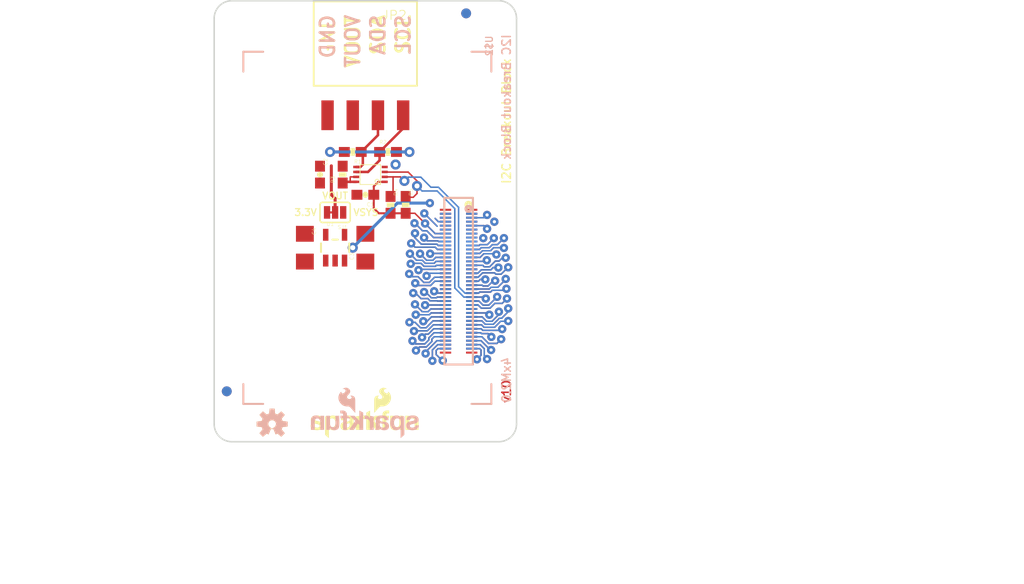
<source format=kicad_pcb>
(kicad_pcb (version 20211014) (generator pcbnew)
  (layers (0 "F.Cu" signal) (1 "In1.Cu" signal) (2 "In2.Cu" signal) (31 "B.Cu" signal) (34 "B.Paste" user) (35 "F.Paste" user) (36 "B.SilkS" user "B.Silkscreen") (37 "F.SilkS" user "F.Silkscreen") (38 "B.Mask" user) (39 "F.Mask" user) (44 "Edge.Cuts" user))
  (net 0 "")
  (net 1 "GND")
  (net 2 "VSYS")
  (net 3 "3.3V")
  (net 4 "GP183_PWM3")
  (net 5 "GP182_PWM2")
  (net 6 "GP13_PWM1")
  (net 7 "GP12_PWM0")
  (net 8 "GP14")
  (net 9 "GP15")
  (net 10 "GP49")
  (net 11 "GP48")
  (net 12 "GP47")
  (net 13 "GP46")
  (net 14 "GP45")
  (net 15 "GP165")
  (net 16 "GP44")
  (net 17 "PSW")
  (net 18 "FAULT")
  (net 19 "USB_VBUS")
  (net 20 "USB_DN")
  (net 21 "USB_DP")
  (net 22 "USB_ID")
  (net 23 "GP114_SPI_2_RXD")
  (net 24 "GP115_SPI_2_TXD")
  (net 25 "GP109_SPI_2_CLK")
  (net 26 "GP110_SPI_2_FS0")
  (net 27 "GP111_SPI_2_FS1")
  (net 28 "GP135_UART_2_TX")
  (net 29 "GP134_UART_2_RX")
  (net 30 "GP43_I2S_2_TXD")
  (net 31 "GP41_I2S_2_FS")
  (net 32 "GP40_I2S_2_CLK")
  (net 33 "GP42_I2S_2_RXD")
  (net 34 "GP28_I2C_6_SDA")
  (net 35 "GP27_I2C_6_SCL")
  (net 36 "GP20_I2C_1_SDA")
  (net 37 "GP19_I2C_1_SCL")
  (net 38 "GP131_UART_1_TX")
  (net 39 "GP130_UART_1_RX")
  (net 40 "GP129_UART_1_RTS")
  (net 41 "GP128_UART_1_CTS")
  (net 42 "GP84_SD_CLK_FB")
  (net 43 "GP78_SD_0_CLK")
  (net 44 "GP77_SD_0_CD#")
  (net 45 "GP79_SD_0_CMD")
  (net 46 "GP80_SD_0_DAT0")
  (net 47 "GP81_SD_0_DAT1")
  (net 48 "GP82_SD_0_DAT2")
  (net 49 "GP83_SD_0_DAT3")
  (net 50 "MSIC_SLP_CLK")
  (net 51 "RESET_OUT#")
  (net 52 "PWRBTN#")
  (net 53 "V_BAT_BKUP")
  (net 54 "1.8V")
  (net 55 "FW_RCVR")
  (net 56 "RCVR_MODE")
  (net 57 "OSC_CLK_OUT")
  (net 58 "N$1")
  (net 59 "HV_SCL")
  (net 60 "HV_SDA")
  (net 61 "3.3V-REGULATED")
  (net 62 "VOUT")
  (net 63 "DCIN")
  (footprint "boardEagle:FIDUCIAL-1X2" (layer "F.Cu") (at 158.6611 84.0486)
    (fp_text reference "FID2" hide)
    (fp_text value "FIDUCIAL1X2" hide)
  )
  (footprint "boardEagle:1X04_SMD_RA_FEMALE" (layer "F.Cu") (at 148.5011 87.0966 180)
    (fp_text reference "JP2")
    (fp_text value "")
  )
  (footprint "" (layer "F.Cu") (at 135.1661 125.3236)
    (fp_text reference "@HOLE1" hide)
    (fp_text value "")
  )
  (footprint "boardEagle:0603-RES" (layer "F.Cu") (at 146.2151 100.3046 90)
    (fp_text reference "R3")
    (fp_text value "200k")
  )
  (footprint "boardEagle:0603-RES" (layer "F.Cu") (at 147.2311 98.0186 180)
    (fp_text reference "R1")
    (fp_text value "10K")
  )
  (footprint "" (layer "F.Cu") (at 161.8361 125.3236)
    (fp_text reference "@HOLE0" hide)
    (fp_text value "")
  )
  (footprint "boardEagle:OSHW-LOGO-S" (layer "F.Cu") (at 139.1031 125.4506)
    (fp_text reference "LOGO4" hide)
    (fp_text value "OSHW-LOGOS" hide)
  )
  (footprint "boardEagle:0603-RES" (layer "F.Cu") (at 152.5651 103.3526 -90)
    (fp_text reference "R5")
    (fp_text value "DNP")
  )
  (footprint "boardEagle:FIDUCIAL-1X2" (layer "F.Cu") (at 134.5311 122.1486)
    (fp_text reference "FID4" hide)
    (fp_text value "FIDUCIAL1X2" hide)
  )
  (footprint "boardEagle:0603-RES" (layer "F.Cu") (at 150.7871 98.0186)
    (fp_text reference "R2")
    (fp_text value "10K")
  )
  (footprint "boardEagle:SOT23-5" (layer "F.Cu") (at 145.4531 107.6706)
    (fp_text reference "U1")
    (fp_text value "MIC5205")
  )
  (footprint "boardEagle:SFE_LOGO_NAME_FLAME_.1" (layer "F.Cu") (at 142.5321 126.9746)
    (fp_text reference "LOGO1" hide)
    (fp_text value "SFE_LOGO_NAME_FLAME.1_INCH" hide)
  )
  (footprint "boardEagle:CREATIVE_COMMONS" (layer "F.Cu") (at 131.9911 141.1986)
    (fp_text reference "FRAME1" hide)
    (fp_text value "FRAME-LETTER" hide)
  )
  (footprint "boardEagle:0603-CAP" (layer "F.Cu") (at 148.5011 102.3366 180)
    (fp_text reference "C1")
    (fp_text value "0.1uF")
  )
  (footprint "boardEagle:PCA9306DC-1_1" (layer "F.Cu") (at 149.0091 100.3046 90)
    (fp_text reference "U2" hide)
    (fp_text value "PCA9306" hide)
  )
  (footprint "boardEagle:PAD-JUMPER-3-2OF3_NC_BY_TRACE_YES_SILK_FULL_BOX" (layer "F.Cu") (at 145.4531 104.1146 180)
    (fp_text reference "SJ1")
    (fp_text value "Power Select")
  )
  (footprint "boardEagle:CREATIVE_COMMONS" (layer "F.Cu") (at 131.9911 141.1986)
    (fp_text reference "FRAME2" hide)
    (fp_text value "FRAME-LETTER" hide)
  )
  (footprint "boardEagle:0603-CAP" (layer "F.Cu") (at 143.9291 100.3046 -90)
    (fp_text reference "C2")
    (fp_text value "0.1uF")
  )
  (footprint "boardEagle:1206" (layer "F.Cu") (at 148.5011 107.6706 90)
    (fp_text reference "C3")
    (fp_text value "10uF")
  )
  (footprint "" (layer "F.Cu") (at 161.8361 84.6836)
    (fp_text reference "@HOLE3" hide)
    (fp_text value "")
  )
  (footprint "" (layer "F.Cu") (at 135.1661 84.6836)
    (fp_text reference "@HOLE2" hide)
    (fp_text value "")
  )
  (footprint "boardEagle:1206" (layer "F.Cu") (at 142.4051 107.6706 -90)
    (fp_text reference "C4")
    (fp_text value "10uF")
  )
  (footprint "boardEagle:0603-RES" (layer "F.Cu") (at 151.0411 103.3526 -90)
    (fp_text reference "R4")
    (fp_text value "DNP")
  )
  (footprint "boardEagle:FIDUCIAL-1X2" (layer "B.Cu") (at 134.5311 122.1486 180)
    (fp_text reference "FID3" hide)
    (fp_text value "FIDUCIAL1X2" hide)
  )
  (footprint "boardEagle:FIDUCIAL-1X2" (layer "B.Cu") (at 158.6611 84.0486 180)
    (fp_text reference "FID1" hide)
    (fp_text value "FIDUCIAL1X2" hide)
  )
  (footprint "boardEagle:SFE_LOGO_NAME_FLAME_.1" (layer "B.Cu") (at 154.3431 126.9746 180)
    (fp_text reference "LOGO3" hide)
    (fp_text value "SFE_LOGO_NAME_FLAME.1_INCH" hide)
  )
  (footprint "boardEagle:EDISON_DAUGHTER" (layer "B.Cu") (at 161.2011 123.4186 180)
    (fp_text reference "U$2")
    (fp_text value "EDISON_CONNECTOR_FULLMOUNTING_HOLES" hide)
  )
  (footprint "boardEagle:OSHW-LOGO-S" (layer "B.Cu") (at 139.1031 125.4506 180)
    (fp_text reference "LOGO2" hide)
    (fp_text value "OSHW-LOGOS" hide)
  )
  (footprint "boardEagle:DF40C-70DP-0.4(51)" (layer "B.Cu") (at 157.9011 111.0488 90)
    (fp_text reference "U$3" hide)
    (fp_text value "EDISON_CONNECTOR_FULLHEADER" hide)
  )
  (gr_arc (start 161.9631 82.7786) (mid 163.220336 83.299364) (end 163.7411 84.5566) (layer "Edge.Cuts") (width 0.1524))
  (gr_arc (start 135.0391 127.2286) (mid 133.781864 126.707836) (end 133.2611 125.4506) (layer "Edge.Cuts") (width 0.1524))
  (gr_line (start 135.0391 82.7786) (end 161.9631 82.7786) (layer "Edge.Cuts") (width 0.1524))
  (gr_arc (start 133.2611 84.5566) (mid 133.781864 83.299364) (end 135.0391 82.7786) (layer "Edge.Cuts") (width 0.1524))
  (gr_line (start 133.2611 125.4506) (end 133.2611 84.5566) (layer "Edge.Cuts") (width 0.1524))
  (gr_line (start 163.7411 84.5566) (end 163.7411 125.4506) (layer "Edge.Cuts") (width 0.1524))
  (gr_line (start 161.9631 127.2286) (end 135.0391 127.2286) (layer "Edge.Cuts") (width 0.1524))
  (gr_arc (start 163.7411 125.4506) (mid 163.220336 126.707836) (end 161.9631 127.2286) (layer "Edge.Cuts") (width 0.1524))
  (gr_text "v10" (at 163.2331 123.4186 90) (layer "F.Cu") (effects (font (size 0.8636 0.8636) (thickness 0.1524)) (justify left bottom)))
  (gr_text "VOUT" (at 147.2311 84.0486 -270) (layer "B.SilkS") (effects (font (size 1.42494 1.42494) (thickness 0.25146)) (justify left mirror)))
  (gr_text "GND" (at 144.6911 84.0486 -270) (layer "B.SilkS") (effects (font (size 1.42494 1.42494) (thickness 0.25146)) (justify left mirror)))
  (gr_text "SDA" (at 149.7711 84.0486 -270) (layer "B.SilkS") (effects (font (size 1.42494 1.42494) (thickness 0.25146)) (justify left mirror)))
  (gr_text "I2C Breakout Block" (at 162.2171 86.0806 -270) (layer "B.SilkS") (effects (font (size 0.8636 0.8636) (thickness 0.1524)) (justify left top mirror)))
  (gr_text "SCL" (at 152.3111 84.0486 -270) (layer "B.SilkS") (effects (font (size 1.42494 1.42494) (thickness 0.25146)) (justify left mirror)))
  (gr_text "4xM2.0" (at 162.7251 121.0056 -270) (layer "B.SilkS") (effects (font (size 0.8636 0.8636) (thickness 0.1524)) (justify mirror)))
  (gr_text "SCL" (at 152.3111 84.0486 90) (layer "F.SilkS") (effects (font (size 1.42494 1.42494) (thickness 0.25146)) (justify right)))
  (gr_text "VOUT" (at 145.4531 102.8446) (layer "F.SilkS") (effects (font (size 0.69088 0.69088) (thickness 0.12192)) (justify bottom)))
  (gr_text "3.3V" (at 143.6751 104.1146) (layer "F.SilkS") (effects (font (size 0.69088 0.69088) (thickness 0.12192)) (justify right)))
  (gr_text "GND" (at 144.6911 84.0486 90) (layer "F.SilkS") (effects (font (size 1.42494 1.42494) (thickness 0.25146)) (justify right)))
  (gr_text "SDA" (at 149.7711 84.0486 90) (layer "F.SilkS") (effects (font (size 1.42494 1.42494) (thickness 0.25146)) (justify right)))
  (gr_text "VOUT" (at 147.2311 84.0486 90) (layer "F.SilkS") (effects (font (size 1.42494 1.42494) (thickness 0.25146)) (justify right)))
  (gr_text "VSYS" (at 147.2311 104.1146) (layer "F.SilkS") (effects (font (size 0.69088 0.69088) (thickness 0.12192)) (justify left)))
  (gr_text "I2C Breakout Block" (at 163.2331 101.3206 90) (layer "F.SilkS") (effects (font (size 0.8636 0.8636) (thickness 0.1524)) (justify left bottom)))
  (via (at 151.5491 99.2886) (size 1.016) (drill 0.508) (layers "F.Cu" "B.Cu") (net 1))
  (via (at 160.3883 106.7054) (size 0.8382) (drill 0.3302) (layers "F.Cu" "B.Cu") (net 1))
  (via (at 161.5059 105.0544) (size 0.8382) (drill 0.3302) (layers "F.Cu" "B.Cu") (net 1))
  (segment (start 147.2311 107.6706) (end 147.3581 107.6706) (width 0.3048) (layer "F.Cu") (net 2))
  (segment (start 155.8615 105.0488) (end 155.5369 104.7242) (width 0.1524) (layer "F.Cu") (net 2))
  (segment (start 156.5811 105.0488) (end 155.8615 105.0488) (width 0.1524) (layer "F.Cu") (net 2))
  (via (at 147.2311 107.6706) (size 1.016) (drill 0.508) (layers "F.Cu" "B.Cu") (net 2))
  (via (at 155.0035 103.1748) (size 0.8382) (drill 0.3302) (layers "F.Cu" "B.Cu") (net 2))
  (segment (start 156.5811 105.0486) (end 155.8613 105.0486) (width 0.1524) (layer "B.Cu") (net 2))
  (segment (start 151.7269 103.1748) (end 155.0035 103.1748) (width 0.3048) (layer "B.Cu") (net 2))
  (segment (start 151.7269 103.1748) (end 147.2311 107.6706) (width 0.3048) (layer "B.Cu") (net 2))
  (segment (start 155.8613 105.0486) (end 155.5369 104.7242) (width 0.1524) (layer "B.Cu") (net 2))
  (segment (start 154.4447 104.2162) (end 155.6773 105.4488) (width 0.1524) (layer "F.Cu") (net 3))
  (via (at 154.4447 104.2162) (size 0.8382) (drill 0.3302) (layers "F.Cu" "B.Cu") (net 3))
  (segment (start 155.7401 105.5116) (end 154.4447 104.2162) (width 0.1524) (layer "B.Cu") (net 3))
  (segment (start 156.5811 105.4486) (end 156.5811 105.4488) (width 0.1524) (layer "B.Cu") (net 3))
  (segment (start 162.6489 110.8202) (end 162.6489 110.871) (width 0.1524) (layer "F.Cu") (net 4))
  (segment (start 159.8677 111.8488) (end 159.2211 111.8488) (width 0.1524) (layer "F.Cu") (net 4))
  (segment (start 159.8803 111.8362) (end 159.8677 111.8488) (width 0.1524) (layer "F.Cu") (net 4))
  (segment (start 162.6489 110.871) (end 161.8615 111.6584) (width 0.1524) (layer "F.Cu") (net 4))
  (segment (start 161.8615 111.6584) (end 161.1757 111.6584) (width 0.1524) (layer "F.Cu") (net 4))
  (segment (start 160.9979 111.8362) (end 159.8803 111.8362) (width 0.1524) (layer "F.Cu") (net 4))
  (segment (start 161.1757 111.6584) (end 160.9979 111.8362) (width 0.1524) (layer "F.Cu") (net 4))
  (via (at 162.6489 110.8202) (size 0.8382) (drill 0.3302) (layers "F.Cu" "B.Cu") (net 4))
  (segment (start 162.6489 110.871) (end 162.6489 110.8202) (width 0.1524) (layer "B.Cu") (net 4))
  (segment (start 159.2211 111.8486) (end 159.8679 111.8486) (width 0.1524) (layer "B.Cu") (net 4))
  (segment (start 159.8803 111.8362) (end 160.9979 111.8362) (width 0.1524) (layer "B.Cu") (net 4))
  (segment (start 161.8615 111.6584) (end 162.6489 110.871) (width 0.1524) (layer "B.Cu") (net 4))
  (segment (start 159.8679 111.8486) (end 159.8803 111.8362) (width 0.1524) (layer "B.Cu") (net 4))
  (segment (start 160.9979 111.8362) (end 161.1757 111.6584) (width 0.1524) (layer "B.Cu") (net 4))
  (segment (start 161.1757 111.6584) (end 161.8615 111.6584) (width 0.1524) (layer "B.Cu") (net 4))
  (segment (start 159.2211 111.4488) (end 160.2803 111.4488) (width 0.1524) (layer "F.Cu") (net 5))
  (segment (start 160.2803 111.4488) (end 160.3629 111.5314) (width 0.1524) (layer "F.Cu") (net 5))
  (segment (start 160.8709 111.5314) (end 161.4043 110.998) (width 0.1524) (layer "F.Cu") (net 5))
  (segment (start 160.3629 111.5314) (end 160.8709 111.5314) (width 0.1524) (layer "F.Cu") (net 5))
  (segment (start 161.4043 110.998) (end 161.5821 110.998) (width 0.1524) (layer "F.Cu") (net 5))
  (via (at 161.5821 110.998) (size 0.8382) (drill 0.3302) (layers "F.Cu" "B.Cu") (net 5))
  (segment (start 160.2801 111.4486) (end 159.2211 111.4486) (width 0.1524) (layer "B.Cu") (net 5))
  (segment (start 161.5821 110.998) (end 161.4043 110.998) (width 0.1524) (layer "B.Cu") (net 5))
  (segment (start 161.4043 110.998) (end 160.8709 111.5314) (width 0.1524) (layer "B.Cu") (net 5))
  (segment (start 160.3629 111.5314) (end 160.2801 111.4486) (width 0.1524) (layer "B.Cu") (net 5))
  (segment (start 160.8709 111.5314) (end 160.3629 111.5314) (width 0.1524) (layer "B.Cu") (net 5))
  (segment (start 162.1917 110.3376) (end 161.6583 110.3376) (width 0.1524) (layer "F.Cu") (net 6))
  (segment (start 160.3121 110.2106) (end 159.8739 110.6488) (width 0.1524) (layer "F.Cu") (net 6))
  (segment (start 161.6583 110.3376) (end 161.5313 110.2106) (width 0.1524) (layer "F.Cu") (net 6))
  (segment (start 159.8739 110.6488) (end 159.2211 110.6488) (width 0.1524) (layer "F.Cu") (net 6))
  (segment (start 162.9029 109.6518) (end 162.8775 109.6518) (width 0.1524) (layer "F.Cu") (net 6))
  (segment (start 161.5313 110.2106) (end 160.3121 110.2106) (width 0.1524) (layer "F.Cu") (net 6))
  (segment (start 162.8775 109.6518) (end 162.1917 110.3376) (width 0.1524) (layer "F.Cu") (net 6))
  (via (at 162.9029 109.6518) (size 0.8382) (drill 0.3302) (layers "F.Cu" "B.Cu") (net 6))
  (segment (start 161.5313 110.2106) (end 161.6583 110.3376) (width 0.1524) (layer "B.Cu") (net 6))
  (segment (start 160.3121 110.2106) (end 161.5313 110.2106) (width 0.1524) (layer "B.Cu") (net 6))
  (segment (start 162.8775 109.6518) (end 162.9029 109.6518) (width 0.1524) (layer "B.Cu") (net 6))
  (segment (start 161.6583 110.3376) (end 162.1917 110.3376) (width 0.1524) (layer "B.Cu") (net 6))
  (segment (start 159.8741 110.6486) (end 160.3121 110.2106) (width 0.1524) (layer "B.Cu") (net 6))
  (segment (start 162.1917 110.3376) (end 162.8775 109.6518) (width 0.1524) (layer "B.Cu") (net 6))
  (segment (start 159.2211 110.6486) (end 159.8741 110.6486) (width 0.1524) (layer "B.Cu") (net 6))
  (segment (start 160.0835 110.871) (end 160.5915 110.871) (width 0.1524) (layer "F.Cu") (net 7))
  (segment (start 159.2211 111.0488) (end 159.9057 111.0488) (width 0.1524) (layer "F.Cu") (net 7))
  (segment (start 159.9057 111.0488) (end 160.0835 110.871) (width 0.1524) (layer "F.Cu") (net 7))
  (via (at 160.5915 110.871) (size 0.8382) (drill 0.3302) (layers "F.Cu" "B.Cu") (net 7))
  (segment (start 160.5915 110.871) (end 160.0835 110.871) (width 0.1524) (layer "B.Cu") (net 7))
  (segment (start 160.0835 110.871) (end 159.9057 111.0488) (width 0.1524) (layer "B.Cu") (net 7))
  (segment (start 159.2213 111.0488) (end 159.2211 111.0486) (width 0.1524) (layer "B.Cu") (net 7))
  (segment (start 159.9057 111.0488) (end 159.2213 111.0488) (width 0.1524) (layer "B.Cu") (net 7))
  (segment (start 154.5209 113.4618) (end 154.5339 113.4488) (width 0.1524) (layer "F.Cu") (net 8))
  (segment (start 154.5339 113.4488) (end 156.5811 113.4488) (width 0.1524) (layer "F.Cu") (net 8))
  (via (at 154.5209 113.4618) (size 0.8382) (drill 0.3302) (layers "F.Cu" "B.Cu") (net 8))
  (segment (start 154.5341 113.4486) (end 154.5209 113.4618) (width 0.1524) (layer "B.Cu") (net 8))
  (segment (start 156.5811 113.4486) (end 154.5341 113.4486) (width 0.1524) (layer "B.Cu") (net 8))
  (segment (start 155.6193 112.2488) (end 155.4353 112.0648) (width 0.1524) (layer "F.Cu") (net 9))
  (segment (start 156.5811 112.2488) (end 155.6193 112.2488) (width 0.1524) (layer "F.Cu") (net 9))
  (via (at 155.4353 112.0648) (size 0.8382) (drill 0.3302) (layers "F.Cu" "B.Cu") (net 9))
  (segment (start 155.6191 112.2486) (end 156.5811 112.2486) (width 0.1524) (layer "B.Cu") (net 9))
  (segment (start 155.4353 112.0648) (end 155.6191 112.2486) (width 0.1524) (layer "B.Cu") (net 9))
  (segment (start 154.9527 111.1758) (end 154.3939 111.1758) (width 0.1524) (layer "F.Cu") (net 10))
  (segment (start 156.5811 110.6488) (end 155.4797 110.6488) (width 0.1524) (layer "F.Cu") (net 10))
  (segment (start 154.3939 111.1758) (end 153.8097 110.5916) (width 0.1524) (layer "F.Cu") (net 10))
  (segment (start 153.2001 110.5916) (end 152.9207 110.3122) (width 0.1524) (layer "F.Cu") (net 10))
  (segment (start 155.4797 110.6488) (end 154.9527 111.1758) (width 0.1524) (layer "F.Cu") (net 10))
  (segment (start 153.8097 110.5916) (end 153.2001 110.5916) (width 0.1524) (layer "F.Cu") (net 10))
  (via (at 152.9207 110.3122) (size 0.8382) (drill 0.3302) (layers "F.Cu" "B.Cu") (net 10))
  (segment (start 154.3939 111.1758) (end 154.9527 111.1758) (width 0.1524) (layer "B.Cu") (net 10))
  (segment (start 152.9207 110.3122) (end 153.2001 110.5916) (width 0.1524) (layer "B.Cu") (net 10))
  (segment (start 155.4799 110.6486) (end 156.5811 110.6486) (width 0.1524) (layer "B.Cu") (net 10))
  (segment (start 153.2001 110.5916) (end 153.8097 110.5916) (width 0.1524) (layer "B.Cu") (net 10))
  (segment (start 154.9527 111.1758) (end 155.4799 110.6486) (width 0.1524) (layer "B.Cu") (net 10))
  (segment (start 153.8097 110.5916) (end 154.3939 111.1758) (width 0.1524) (layer "B.Cu") (net 10))
  (segment (start 154.6733 110.5154) (end 154.9399 110.2488) (width 0.1524) (layer "F.Cu") (net 11))
  (segment (start 154.9399 110.2488) (end 156.5811 110.2488) (width 0.1524) (layer "F.Cu") (net 11))
  (via (at 154.6733 110.5154) (size 0.8382) (drill 0.3302) (layers "F.Cu" "B.Cu") (net 11))
  (segment (start 156.5811 110.2486) (end 154.9401 110.2486) (width 0.1524) (layer "B.Cu") (net 11))
  (segment (start 154.9401 110.2486) (end 154.6733 110.5154) (width 0.1524) (layer "B.Cu") (net 11))
  (segment (start 155.6955 109.8488) (end 155.6893 109.855) (width 0.1524) (layer "F.Cu") (net 12))
  (segment (start 153.9367 109.855) (end 153.8605 109.9312) (width 0.1524) (layer "F.Cu") (net 12))
  (segment (start 156.5811 109.8488) (end 155.6955 109.8488) (width 0.1524) (layer "F.Cu") (net 12))
  (segment (start 155.6893 109.855) (end 153.9367 109.855) (width 0.1524) (layer "F.Cu") (net 12))
  (via (at 153.8605 109.9312) (size 0.8382) (drill 0.3302) (layers "F.Cu" "B.Cu") (net 12))
  (segment (start 155.6957 109.8486) (end 156.5811 109.8486) (width 0.1524) (layer "B.Cu") (net 12))
  (segment (start 155.6893 109.855) (end 155.6957 109.8486) (width 0.1524) (layer "B.Cu") (net 12))
  (segment (start 153.9367 109.855) (end 155.6893 109.855) (width 0.1524) (layer "B.Cu") (net 12))
  (segment (start 153.8605 109.9312) (end 153.9367 109.855) (width 0.1524) (layer "B.Cu") (net 12))
  (segment (start 155.6637 109.4488) (end 155.5623 109.5502) (width 0.1524) (layer "F.Cu") (net 13))
  (segment (start 156.5811 109.4488) (end 155.6637 109.4488) (width 0.1524) (layer "F.Cu") (net 13))
  (segment (start 154.4193 109.5502) (end 154.1145 109.2454) (width 0.1524) (layer "F.Cu") (net 13))
  (segment (start 153.1239 109.2454) (end 153.0731 109.2962) (width 0.1524) (layer "F.Cu") (net 13))
  (segment (start 154.1145 109.2454) (end 153.1239 109.2454) (width 0.1524) (layer "F.Cu") (net 13))
  (segment (start 155.5623 109.5502) (end 154.4193 109.5502) (width 0.1524) (layer "F.Cu") (net 13))
  (via (at 153.0731 109.2962) (size 0.8382) (drill 0.3302) (layers "F.Cu" "B.Cu") (net 13))
  (segment (start 155.5623 109.5502) (end 155.6639 109.4486) (width 0.1524) (layer "B.Cu") (net 13))
  (segment (start 153.0731 109.2962) (end 153.1239 109.2454) (width 0.1524) (layer "B.Cu") (net 13))
  (segment (start 154.1145 109.2454) (end 154.4193 109.5502) (width 0.1524) (layer "B.Cu") (net 13))
  (segment (start 155.6639 109.4486) (end 156.5811 109.4486) (width 0.1524) (layer "B.Cu") (net 13))
  (segment (start 154.4193 109.5502) (end 155.5623 109.5502) (width 0.1524) (layer "B.Cu") (net 13))
  (segment (start 153.1239 109.2454) (end 154.1145 109.2454) (width 0.1524) (layer "B.Cu") (net 13))
  (segment (start 154.5463 109.2454) (end 155.4353 109.2454) (width 0.1524) (layer "F.Cu") (net 14))
  (segment (start 153.6573 108.9406) (end 154.2415 108.9406) (width 0.1524) (layer "F.Cu") (net 14))
  (segment (start 155.4353 109.2454) (end 155.6319 109.0488) (width 0.1524) (layer "F.Cu") (net 14))
  (segment (start 152.9969 108.2802) (end 153.6573 108.9406) (width 0.1524) (layer "F.Cu") (net 14))
  (segment (start 155.6319 109.0488) (end 156.5811 109.0488) (width 0.1524) (layer "F.Cu") (net 14))
  (segment (start 154.2415 108.9406) (end 154.5463 109.2454) (width 0.1524) (layer "F.Cu") (net 14))
  (via (at 152.9969 108.2802) (size 0.8382) (drill 0.3302) (layers "F.Cu" "B.Cu") (net 14))
  (segment (start 154.2415 108.9406) (end 153.6573 108.9406) (width 0.1524) (layer "B.Cu") (net 14))
  (segment (start 155.4353 109.2454) (end 154.5463 109.2454) (width 0.1524) (layer "B.Cu") (net 14))
  (segment (start 153.6573 108.9406) (end 152.9969 108.2802) (width 0.1524) (layer "B.Cu") (net 14))
  (segment (start 156.5811 109.0486) (end 155.6321 109.0486) (width 0.1524) (layer "B.Cu") (net 14))
  (segment (start 155.6321 109.0486) (end 155.4353 109.2454) (width 0.1524) (layer "B.Cu") (net 14))
  (segment (start 154.5463 109.2454) (end 154.2415 108.9406) (width 0.1524) (layer "B.Cu") (net 14))
  (segment (start 160.7439 108.9406) (end 160.6357 109.0488) (width 0.1524) (layer "F.Cu") (net 15))
  (segment (start 160.6357 109.0488) (end 159.2211 109.0488) (width 0.1524) (layer "F.Cu") (net 15))
  (via (at 160.7439 108.9406) (size 0.8382) (drill 0.3302) (layers "F.Cu" "B.Cu") (net 15))
  (segment (start 159.2211 109.0486) (end 160.6359 109.0486) (width 0.1524) (layer "B.Cu") (net 15))
  (segment (start 160.6359 109.0486) (end 160.7439 108.9406) (width 0.1524) (layer "B.Cu") (net 15))
  (segment (start 156.5811 108.6488) (end 155.6001 108.6488) (width 0.1524) (layer "F.Cu") (net 16))
  (segment (start 154.6733 108.9406) (end 154.0129 108.2802) (width 0.1524) (layer "F.Cu") (net 16))
  (segment (start 155.3083 108.9406) (end 154.6733 108.9406) (width 0.1524) (layer "F.Cu") (net 16))
  (segment (start 155.6001 108.6488) (end 155.3083 108.9406) (width 0.1524) (layer "F.Cu") (net 16))
  (via (at 154.0129 108.2802) (size 0.8382) (drill 0.3302) (layers "F.Cu" "B.Cu") (net 16))
  (segment (start 155.3083 108.9406) (end 155.6003 108.6486) (width 0.1524) (layer "B.Cu") (net 16))
  (segment (start 154.6733 108.9406) (end 155.3083 108.9406) (width 0.1524) (layer "B.Cu") (net 16))
  (segment (start 154.0129 108.2802) (end 154.6733 108.9406) (width 0.1524) (layer "B.Cu") (net 16))
  (segment (start 155.6003 108.6486) (end 156.5811 108.6486) (width 0.1524) (layer "B.Cu") (net 16))
  (segment (start 160.3121 107.9754) (end 160.0387 108.2488) (width 0.1524) (layer "F.Cu") (net 17))
  (segment (start 160.0387 108.2488) (end 159.2211 108.2488) (width 0.1524) (layer "F.Cu") (net 17))
  (segment (start 161.4297 107.6706) (end 161.1249 107.9754) (width 0.1524) (layer "F.Cu") (net 17))
  (segment (start 162.4711 107.696) (end 162.4457 107.6706) (width 0.1524) (layer "F.Cu") (net 17))
  (segment (start 162.4457 107.6706) (end 161.4297 107.6706) (width 0.1524) (layer "F.Cu") (net 17))
  (segment (start 161.1249 107.9754) (end 160.3121 107.9754) (width 0.1524) (layer "F.Cu") (net 17))
  (via (at 162.4711 107.696) (size 0.8382) (drill 0.3302) (layers "F.Cu" "B.Cu") (net 17))
  (segment (start 162.4457 107.6706) (end 162.4711 107.696) (width 0.1524) (layer "B.Cu") (net 17))
  (segment (start 161.1249 107.9754) (end 161.4297 107.6706) (width 0.1524) (layer "B.Cu") (net 17))
  (segment (start 159.2211 108.2486) (end 160.0389 108.2486) (width 0.1524) (layer "B.Cu") (net 17))
  (segment (start 160.3121 107.9754) (end 161.1249 107.9754) (width 0.1524) (layer "B.Cu") (net 17))
  (segment (start 160.0389 108.2486) (end 160.3121 107.9754) (width 0.1524) (layer "B.Cu") (net 17))
  (segment (start 161.4297 107.6706) (end 162.4457 107.6706) (width 0.1524) (layer "B.Cu") (net 17))
  (segment (start 160.9979 107.6706) (end 161.3027 107.3658) (width 0.1524) (layer "F.Cu") (net 18))
  (segment (start 161.8107 107.3658) (end 162.4711 106.7054) (width 0.1524) (layer "F.Cu") (net 18))
  (segment (start 159.2211 107.8488) (end 160.0069 107.8488) (width 0.1524) (layer "F.Cu") (net 18))
  (segment (start 160.1851 107.6706) (end 160.9979 107.6706) (width 0.1524) (layer "F.Cu") (net 18))
  (segment (start 160.0069 107.8488) (end 160.1851 107.6706) (width 0.1524) (layer "F.Cu") (net 18))
  (segment (start 161.3027 107.3658) (end 161.8107 107.3658) (width 0.1524) (layer "F.Cu") (net 18))
  (via (at 162.4711 106.7054) (size 0.8382) (drill 0.3302) (layers "F.Cu" "B.Cu") (net 18))
  (segment (start 160.0071 107.8486) (end 159.2211 107.8486) (width 0.1524) (layer "B.Cu") (net 18))
  (segment (start 161.8107 107.3658) (end 161.3027 107.3658) (width 0.1524) (layer "B.Cu") (net 18))
  (segment (start 160.1851 107.6706) (end 160.0071 107.8486) (width 0.1524) (layer "B.Cu") (net 18))
  (segment (start 160.9979 107.6706) (end 160.1851 107.6706) (width 0.1524) (layer "B.Cu") (net 18))
  (segment (start 161.3027 107.3658) (end 160.9979 107.6706) (width 0.1524) (layer "B.Cu") (net 18))
  (segment (start 162.4711 106.7054) (end 161.8107 107.3658) (width 0.1524) (layer "B.Cu") (net 18))
  (segment (start 155.7659 107.8488) (end 156.5811 107.8488) (width 0.1524) (layer "F.Cu") (net 19))
  (segment (start 153.1239 107.2388) (end 153.5049 107.6198) (width 0.1524) (layer "F.Cu") (net 19))
  (segment (start 153.5049 107.6198) (end 155.5369 107.6198) (width 0.1524) (layer "F.Cu") (net 19))
  (segment (start 155.5369 107.6198) (end 155.7659 107.8488) (width 0.1524) (layer "F.Cu") (net 19))
  (via (at 153.1239 107.2388) (size 0.8382) (drill 0.3302) (layers "F.Cu" "B.Cu") (net 19))
  (segment (start 153.5049 107.6198) (end 153.1239 107.2388) (width 0.1524) (layer "B.Cu") (net 19))
  (segment (start 155.7657 107.8486) (end 155.5369 107.6198) (width 0.1524) (layer "B.Cu") (net 19))
  (segment (start 155.5369 107.6198) (end 153.5049 107.6198) (width 0.1524) (layer "B.Cu") (net 19))
  (segment (start 156.5811 107.8486) (end 155.7657 107.8486) (width 0.1524) (layer "B.Cu") (net 19))
  (segment (start 156.5811 107.4488) (end 155.8485 107.4488) (width 0.1524) (layer "F.Cu") (net 20))
  (segment (start 155.7147 107.315) (end 154.1399 107.315) (width 0.1524) (layer "F.Cu") (net 20))
  (segment (start 153.5049 106.68) (end 153.5049 106.2228) (width 0.1524) (layer "F.Cu") (net 20))
  (segment (start 154.1399 107.315) (end 153.5049 106.68) (width 0.1524) (layer "F.Cu") (net 20))
  (segment (start 155.8485 107.4488) (end 155.7147 107.315) (width 0.1524) (layer "F.Cu") (net 20))
  (via (at 153.5049 106.2228) (size 0.8382) (drill 0.3302) (layers "F.Cu" "B.Cu") (net 20))
  (segment (start 155.7147 107.315) (end 155.8483 107.4486) (width 0.1524) (layer "B.Cu") (net 20))
  (segment (start 154.1399 107.315) (end 155.7147 107.315) (width 0.1524) (layer "B.Cu") (net 20))
  (segment (start 155.8483 107.4486) (end 156.5811 107.4486) (width 0.1524) (layer "B.Cu") (net 20))
  (segment (start 153.5049 106.68) (end 154.1399 107.315) (width 0.1524) (layer "B.Cu") (net 20))
  (segment (start 153.5049 106.2228) (end 153.5049 106.68) (width 0.1524) (layer "B.Cu") (net 20))
  (segment (start 154.7495 106.9848) (end 154.4193 106.6546) (width 0.1524) (layer "F.Cu") (net 21))
  (segment (start 156.5811 107.0488) (end 155.8803 107.0488) (width 0.1524) (layer "F.Cu") (net 21))
  (segment (start 155.8163 106.9848) (end 154.7495 106.9848) (width 0.1524) (layer "F.Cu") (net 21))
  (segment (start 155.8803 107.0488) (end 155.8163 106.9848) (width 0.1524) (layer "F.Cu") (net 21))
  (via (at 154.4193 106.6546) (size 0.8382) (drill 0.3302) (layers "F.Cu" "B.Cu") (net 21))
  (segment (start 155.8163 106.9848) (end 154.7495 106.9848) (width 0.1524) (layer "B.Cu") (net 21))
  (segment (start 154.7495 106.9848) (end 154.4193 106.6546) (width 0.1524) (layer "B.Cu") (net 21))
  (segment (start 155.8801 107.0486) (end 155.8163 106.9848) (width 0.1524) (layer "B.Cu") (net 21))
  (segment (start 156.5811 107.0486) (end 155.8801 107.0486) (width 0.1524) (layer "B.Cu") (net 21))
  (segment (start 160.4899 104.6488) (end 159.2211 104.6488) (width 0.1524) (layer "F.Cu") (net 22))
  (segment (start 160.7701 104.3686) (end 160.4899 104.6488) (width 0.1524) (layer "F.Cu") (net 22))
  (via (at 160.7701 104.3686) (size 0.8382) (drill 0.3302) (layers "F.Cu" "B.Cu") (net 22))
  (segment (start 159.2211 104.6486) (end 160.4901 104.6486) (width 0.1524) (layer "B.Cu") (net 22))
  (segment (start 160.4901 104.6486) (end 160.7701 104.3686) (width 0.1524) (layer "B.Cu") (net 22))
  (segment (start 160.1845 115.8488) (end 160.3375 116.0018) (width 0.1524) (layer "F.Cu") (net 23))
  (segment (start 159.2211 115.8488) (end 160.1845 115.8488) (width 0.1524) (layer "F.Cu") (net 23))
  (segment (start 162.1663 116.0018) (end 162.2933 115.8748) (width 0.1524) (layer "F.Cu") (net 23))
  (segment (start 160.3375 116.0018) (end 162.1663 116.0018) (width 0.1524) (layer "F.Cu") (net 23))
  (via (at 162.2933 115.8748) (size 0.8382) (drill 0.3302) (layers "F.Cu" "B.Cu") (net 23))
  (segment (start 160.1843 115.8486) (end 159.2211 115.8486) (width 0.1524) (layer "B.Cu") (net 23))
  (segment (start 162.1663 116.0018) (end 162.2933 115.8748) (width 0.1524) (layer "B.Cu") (net 23))
  (segment (start 160.3375 116.0018) (end 162.1663 116.0018) (width 0.1524) (layer "B.Cu") (net 23))
  (segment (start 160.1843 115.8486) (end 160.3375 116.0018) (width 0.1524) (layer "B.Cu") (net 23))
  (segment (start 160.2163 115.4488) (end 159.2211 115.4488) (width 0.1524) (layer "F.Cu") (net 24))
  (segment (start 162.1409 115.0874) (end 161.5313 115.697) (width 0.1524) (layer "F.Cu") (net 24))
  (segment (start 160.4645 115.697) (end 160.2163 115.4488) (width 0.1524) (layer "F.Cu") (net 24))
  (segment (start 162.1409 115.0874) (end 162.8775 115.0874) (width 0.1524) (layer "F.Cu") (net 24))
  (segment (start 162.8775 115.0874) (end 162.9029 115.062) (width 0.1524) (layer "F.Cu") (net 24))
  (segment (start 161.5313 115.697) (end 160.4645 115.697) (width 0.1524) (layer "F.Cu") (net 24))
  (via (at 162.9029 115.062) (size 0.8382) (drill 0.3302) (layers "F.Cu" "B.Cu") (net 24))
  (segment (start 161.5313 115.697) (end 162.1409 115.0874) (width 0.1524) (layer "B.Cu") (net 24))
  (segment (start 159.2211 115.4486) (end 160.2161 115.4486) (width 0.1524) (layer "B.Cu") (net 24))
  (segment (start 160.2161 115.4486) (end 160.4645 115.697) (width 0.1524) (layer "B.Cu") (net 24))
  (segment (start 162.8775 115.0874) (end 162.1409 115.0874) (width 0.1524) (layer "B.Cu") (net 24))
  (segment (start 160.4645 115.697) (end 161.5313 115.697) (width 0.1524) (layer "B.Cu") (net 24))
  (segment (start 162.9029 115.062) (end 162.8775 115.0874) (width 0.1524) (layer "B.Cu") (net 24))
  (segment (start 160.5915 115.3922) (end 161.4043 115.3922) (width 0.1524) (layer "F.Cu") (net 25))
  (segment (start 162.2425 114.7826) (end 162.9029 114.1222) (width 0.1524) (layer "F.Cu") (net 25))
  (segment (start 161.4043 115.3922) (end 162.0139 114.7826) (width 0.1524) (layer "F.Cu") (net 25))
  (segment (start 162.0139 114.7826) (end 162.2425 114.7826) (width 0.1524) (layer "F.Cu") (net 25))
  (segment (start 160.2481 115.0488) (end 160.5915 115.3922) (width 0.1524) (layer "F.Cu") (net 25))
  (segment (start 159.2211 115.0488) (end 160.2481 115.0488) (width 0.1524) (layer "F.Cu") (net 25))
  (segment (start 162.9029 114.1222) (end 162.9029 113.792) (width 0.1524) (layer "F.Cu") (net 25))
  (via (at 162.9029 113.792) (size 0.8382) (drill 0.3302) (layers "F.Cu" "B.Cu") (net 25))
  (segment (start 162.2425 114.7826) (end 162.0139 114.7826) (width 0.1524) (layer "B.Cu") (net 25))
  (segment (start 162.0139 114.7826) (end 161.4043 115.3922) (width 0.1524) (layer "B.Cu") (net 25))
  (segment (start 162.9029 113.792) (end 162.9029 114.1222) (width 0.1524) (layer "B.Cu") (net 25))
  (segment (start 160.2479 115.0486) (end 159.2211 115.0486) (width 0.1524) (layer "B.Cu") (net 25))
  (segment (start 160.5915 115.3922) (end 160.2479 115.0486) (width 0.1524) (layer "B.Cu") (net 25))
  (segment (start 161.4043 115.3922) (end 160.5915 115.3922) (width 0.1524) (layer "B.Cu") (net 25))
  (segment (start 162.9029 114.1222) (end 162.2425 114.7826) (width 0.1524) (layer "B.Cu") (net 25))
  (segment (start 161.9631 114.1222) (end 161.9631 114.4016) (width 0.1524) (layer "F.Cu") (net 26))
  (segment (start 160.2799 114.6488) (end 159.2211 114.6488) (width 0.1524) (layer "F.Cu") (net 26))
  (segment (start 160.7185 115.0874) (end 160.2799 114.6488) (width 0.1524) (layer "F.Cu") (net 26))
  (segment (start 161.9631 114.4016) (end 161.2773 115.0874) (width 0.1524) (layer "F.Cu") (net 26))
  (segment (start 161.2773 115.0874) (end 160.7185 115.0874) (width 0.1524) (layer "F.Cu") (net 26))
  (via (at 161.9631 114.1222) (size 0.8382) (drill 0.3302) (layers "F.Cu" "B.Cu") (net 26))
  (segment (start 160.2797 114.6486) (end 160.7185 115.0874) (width 0.1524) (layer "B.Cu") (net 26))
  (segment (start 161.2773 115.0874) (end 161.9631 114.4016) (width 0.1524) (layer "B.Cu") (net 26))
  (segment (start 160.7185 115.0874) (end 161.2773 115.0874) (width 0.1524) (layer "B.Cu") (net 26))
  (segment (start 161.9631 114.4016) (end 161.9631 114.1222) (width 0.1524) (layer "B.Cu") (net 26))
  (segment (start 159.2211 114.6486) (end 160.2797 114.6486) (width 0.1524) (layer "B.Cu") (net 26))
  (segment (start 160.8201 114.2492) (end 159.2215 114.2492) (width 0.1524) (layer "F.Cu") (net 27))
  (segment (start 160.9979 114.427) (end 160.8201 114.2492) (width 0.1524) (layer "F.Cu") (net 27))
  (segment (start 159.2215 114.2492) (end 159.2211 114.2488) (width 0.1524) (layer "F.Cu") (net 27))
  (via (at 160.9979 114.427) (size 0.8382) (drill 0.3302) (layers "F.Cu" "B.Cu") (net 27))
  (segment (start 159.2211 114.2486) (end 160.8195 114.2486) (width 0.1524) (layer "B.Cu") (net 27))
  (segment (start 160.8195 114.2486) (end 160.9979 114.427) (width 0.1524) (layer "B.Cu") (net 27))
  (segment (start 162.6489 108.6866) (end 162.3187 108.6866) (width 0.1524) (layer "F.Cu") (net 28))
  (segment (start 161.0233 109.601) (end 160.4899 109.601) (width 0.1524) (layer "F.Cu") (net 28))
  (segment (start 160.3377 109.4488) (end 159.2211 109.4488) (width 0.1524) (layer "F.Cu") (net 28))
  (segment (start 162.3187 108.6866) (end 161.9885 109.0168) (width 0.1524) (layer "F.Cu") (net 28))
  (segment (start 160.4899 109.601) (end 160.3377 109.4488) (width 0.1524) (layer "F.Cu") (net 28))
  (segment (start 161.9885 109.0168) (end 161.6075 109.0168) (width 0.1524) (layer "F.Cu") (net 28))
  (segment (start 161.6075 109.0168) (end 161.0233 109.601) (width 0.1524) (layer "F.Cu") (net 28))
  (via (at 162.6489 108.6866) (size 0.8382) (drill 0.3302) (layers "F.Cu" "B.Cu") (net 28))
  (segment (start 161.9885 109.0168) (end 162.3187 108.6866) (width 0.1524) (layer "B.Cu") (net 28))
  (segment (start 161.6075 109.0168) (end 161.9885 109.0168) (width 0.1524) (layer "B.Cu") (net 28))
  (segment (start 160.3375 109.4486) (end 160.4899 109.601) (width 0.1524) (layer "B.Cu") (net 28))
  (segment (start 161.0233 109.601) (end 161.6075 109.0168) (width 0.1524) (layer "B.Cu") (net 28))
  (segment (start 159.2211 109.4486) (end 160.3375 109.4486) (width 0.1524) (layer "B.Cu") (net 28))
  (segment (start 162.3187 108.6866) (end 162.6489 108.6866) (width 0.1524) (layer "B.Cu") (net 28))
  (segment (start 160.4899 109.601) (end 161.0233 109.601) (width 0.1524) (layer "B.Cu") (net 28))
  (segment (start 155.0289 108.2802) (end 155.0603 108.2488) (width 0.1524) (layer "F.Cu") (net 29))
  (segment (start 155.0603 108.2488) (end 156.5811 108.2488) (width 0.1524) (layer "F.Cu") (net 29))
  (via (at 155.0289 108.2802) (size 0.8382) (drill 0.3302) (layers "F.Cu" "B.Cu") (net 29))
  (segment (start 156.5811 108.2486) (end 155.0605 108.2486) (width 0.1524) (layer "B.Cu") (net 29))
  (segment (start 155.0605 108.2486) (end 155.0289 108.2802) (width 0.1524) (layer "B.Cu") (net 29))
  (segment (start 156.5811 115.0488) (end 155.3215 115.0488) (width 0.1524) (layer "F.Cu") (net 30))
  (segment (start 154.0637 115.7478) (end 153.5049 115.189) (width 0.1524) (layer "F.Cu") (net 30))
  (segment (start 154.6225 115.7478) (end 154.0637 115.7478) (width 0.1524) (layer "F.Cu") (net 30))
  (segment (start 155.3215 115.0488) (end 154.6225 115.7478) (width 0.1524) (layer "F.Cu") (net 30))
  (segment (start 153.5049 115.189) (end 152.9461 115.189) (width 0.1524) (layer "F.Cu") (net 30))
  (via (at 152.9461 115.189) (size 0.8382) (drill 0.3302) (layers "F.Cu" "B.Cu") (net 30))
  (segment (start 152.9461 115.189) (end 153.5049 115.189) (width 0.1524) (layer "B.Cu") (net 30))
  (segment (start 154.6225 115.7478) (end 155.3217 115.0486) (width 0.1524) (layer "B.Cu") (net 30))
  (segment (start 155.3217 115.0486) (end 156.5811 115.0486) (width 0.1524) (layer "B.Cu") (net 30))
  (segment (start 153.5049 115.189) (end 154.0637 115.7478) (width 0.1524) (layer "B.Cu") (net 30))
  (segment (start 154.0637 115.7478) (end 154.6225 115.7478) (width 0.1524) (layer "B.Cu") (net 30))
  (segment (start 154.3431 115.0874) (end 154.7241 115.0874) (width 0.1524) (layer "F.Cu") (net 31))
  (segment (start 155.1627 114.6488) (end 156.5811 114.6488) (width 0.1524) (layer "F.Cu") (net 31))
  (segment (start 154.7241 115.0874) (end 155.1627 114.6488) (width 0.1524) (layer "F.Cu") (net 31))
  (via (at 154.3431 115.0874) (size 0.8382) (drill 0.3302) (layers "F.Cu" "B.Cu") (net 31))
  (segment (start 156.5811 114.6486) (end 155.1629 114.6486) (width 0.1524) (layer "B.Cu") (net 31))
  (segment (start 154.7241 115.0874) (end 154.3431 115.0874) (width 0.1524) (layer "B.Cu") (net 31))
  (segment (start 155.1629 114.6486) (end 154.7241 115.0874) (width 0.1524) (layer "B.Cu") (net 31))
  (segment (start 156.5811 114.2488) (end 155.1309 114.2488) (width 0.1524) (layer "F.Cu") (net 32))
  (segment (start 155.1309 114.2488) (end 154.9527 114.427) (width 0.1524) (layer "F.Cu") (net 32))
  (segment (start 154.9527 114.427) (end 153.5811 114.427) (width 0.1524) (layer "F.Cu") (net 32))
  (via (at 153.5811 114.427) (size 0.8382) (drill 0.3302) (layers "F.Cu" "B.Cu") (net 32))
  (segment (start 153.5811 114.427) (end 154.9527 114.427) (width 0.1524) (layer "B.Cu") (net 32))
  (segment (start 155.1311 114.2486) (end 156.5811 114.2486) (width 0.1524) (layer "B.Cu") (net 32))
  (segment (start 154.9527 114.427) (end 155.1311 114.2486) (width 0.1524) (layer "B.Cu") (net 32))
  (segment (start 155.0991 113.8488) (end 154.8257 114.1222) (width 0.1524) (layer "F.Cu") (net 33))
  (segment (start 156.5811 113.8488) (end 155.0991 113.8488) (width 0.1524) (layer "F.Cu") (net 33))
  (segment (start 154.2415 114.1222) (end 153.5049 113.3856) (width 0.1524) (layer "F.Cu") (net 33))
  (segment (start 154.8257 114.1222) (end 154.2415 114.1222) (width 0.1524) (layer "F.Cu") (net 33))
  (via (at 153.5049 113.3856) (size 0.8382) (drill 0.3302) (layers "F.Cu" "B.Cu") (net 33))
  (segment (start 154.8257 114.1222) (end 155.0993 113.8486) (width 0.1524) (layer "B.Cu") (net 33))
  (segment (start 153.5049 113.3856) (end 154.2415 114.1222) (width 0.1524) (layer "B.Cu") (net 33))
  (segment (start 154.2415 114.1222) (end 154.8257 114.1222) (width 0.1524) (layer "B.Cu") (net 33))
  (segment (start 155.0993 113.8486) (end 156.5811 113.8486) (width 0.1524) (layer "B.Cu") (net 33))
  (segment (start 161.0741 113.7666) (end 161.5567 113.284) (width 0.1524) (layer "F.Cu") (net 34))
  (segment (start 162.2933 113.284) (end 162.7759 112.8014) (width 0.1524) (layer "F.Cu") (net 34))
  (segment (start 159.2211 113.4488) (end 159.8673 113.4488) (width 0.1524) (layer "F.Cu") (net 34))
  (segment (start 160.1851 113.7666) (end 161.0741 113.7666) (width 0.1524) (layer "F.Cu") (net 34))
  (segment (start 159.8673 113.4488) (end 160.1851 113.7666) (width 0.1524) (layer "F.Cu") (net 34))
  (segment (start 161.5567 113.284) (end 162.2933 113.284) (width 0.1524) (layer "F.Cu") (net 34))
  (via (at 162.7759 112.8014) (size 0.8382) (drill 0.3302) (layers "F.Cu" "B.Cu") (net 34))
  (segment (start 159.8671 113.4486) (end 159.2211 113.4486) (width 0.1524) (layer "B.Cu") (net 34))
  (segment (start 162.7759 112.8014) (end 162.2933 113.284) (width 0.1524) (layer "B.Cu") (net 34))
  (segment (start 161.5567 113.284) (end 161.0741 113.7666) (width 0.1524) (layer "B.Cu") (net 34))
  (segment (start 162.2933 113.284) (end 161.5567 113.284) (width 0.1524) (layer "B.Cu") (net 34))
  (segment (start 160.1851 113.7666) (end 159.8671 113.4486) (width 0.1524) (layer "B.Cu") (net 34))
  (segment (start 161.0741 113.7666) (end 160.1851 113.7666) (width 0.1524) (layer "B.Cu") (net 34))
  (segment (start 161.7853 112.6236) (end 160.9471 113.4618) (width 0.1524) (layer "F.Cu") (net 35))
  (segment (start 160.9471 113.4618) (end 160.3629 113.4618) (width 0.1524) (layer "F.Cu") (net 35))
  (segment (start 159.9499 113.0488) (end 159.2211 113.0488) (width 0.1524) (layer "F.Cu") (net 35))
  (segment (start 160.3629 113.4618) (end 159.9499 113.0488) (width 0.1524) (layer "F.Cu") (net 35))
  (via (at 161.7853 112.6236) (size 0.8382) (drill 0.3302) (layers "F.Cu" "B.Cu") (net 35))
  (segment (start 160.3629 113.4618) (end 160.9471 113.4618) (width 0.1524) (layer "B.Cu") (net 35))
  (segment (start 160.9471 113.4618) (end 161.7853 112.6236) (width 0.1524) (layer "B.Cu") (net 35))
  (segment (start 159.2211 113.0486) (end 159.9497 113.0486) (width 0.1524) (layer "B.Cu") (net 35))
  (segment (start 159.9497 113.0486) (end 160.3629 113.4618) (width 0.1524) (layer "B.Cu") (net 35))
  (segment (start 153.7081 100.9396) (end 152.8191 100.0506) (width 0.1524) (layer "F.Cu") (net 36))
  (segment (start 152.5651 102.5026) (end 152.6531 102.5906) (width 0.2032) (layer "F.Cu") (net 36))
  (segment (start 153.7081 101.4476) (end 153.7081 100.9396) (width 0.1524) (layer "F.Cu") (net 36))
  (segment (start 153.3271 102.5906) (end 153.7081 102.2096) (width 0.1524) (layer "F.Cu") (net 36))
  (segment (start 159.2211 112.6488) (end 160.4897 112.6488) (width 0.1524) (layer "F.Cu") (net 36))
  (segment (start 152.8191 100.0506) (end 150.4713 100.0506) (width 0.1524) (layer "F.Cu") (net 36))
  (segment (start 152.6531 102.5906) (end 153.3271 102.5906) (width 0.1524) (layer "F.Cu") (net 36))
  (segment (start 153.7081 102.2096) (end 153.7081 101.4476) (width 0.1524) (layer "F.Cu") (net 36))
  (segment (start 160.4897 112.6488) (end 160.6423 112.8014) (width 0.1524) (layer "F.Cu") (net 36))
  (segment (start 150.4713 100.0506) (end 150.4553 100.0346) (width 0.1524) (layer "F.Cu") (net 36))
  (via (at 153.7081 101.4476) (size 1.016) (drill 0.508) (layers "F.Cu" "B.Cu") (net 36))
  (via (at 160.6423 112.8014) (size 0.8382) (drill 0.3302) (layers "F.Cu" "B.Cu") (net 36))
  (segment (start 155.7401 101.9556) (end 154.2161 101.9556) (width 0.1524) (layer "B.Cu") (net 36))
  (segment (start 157.5181 111.7346) (end 157.5181 103.7336) (width 0.1524) (layer "B.Cu") (net 36))
  (segment (start 160.4899 112.649) (end 159.2215 112.649) (width 0.1524) (layer "B.Cu") (net 36))
  (segment (start 157.5181 103.7336) (end 155.7401 101.9556) (width 0.1524) (layer "B.Cu") (net 36))
  (segment (start 154.2161 101.9556) (end 153.7081 101.4476) (width 0.1524) (layer "B.Cu") (net 36))
  (segment (start 159.2211 112.6486) (end 158.4321 112.6486) (width 0.1524) (layer "B.Cu") (net 36))
  (segment (start 159.2215 112.649) (end 159.2211 112.6486) (width 0.1524) (layer "B.Cu") (net 36))
  (segment (start 158.4321 112.6486) (end 157.5181 111.7346) (width 0.1524) (layer "B.Cu") (net 36))
  (segment (start 160.6423 112.8014) (end 160.4899 112.649) (width 0.1524) (layer "B.Cu") (net 36))
  (segment (start 151.2951 102.2486) (end 151.2951 100.5346) (width 0.1524) (layer "F.Cu") (net 37))
  (segment (start 160.0327 112.141) (end 161.1249 112.141) (width 0.1524) (layer "F.Cu") (net 37))
  (segment (start 162.5727 111.9632) (end 162.7251 111.8108) (width 0.1524) (layer "F.Cu") (net 37))
  (segment (start 152.4381 100.9396) (end 152.0331 100.5346) (width 0.1524) (layer "F.Cu") (net 37))
  (segment (start 151.2951 100.5346) (end 150.4553 100.5346) (width 0.1524) (layer "F.Cu") (net 37))
  (segment (start 159.2211 112.2488) (end 159.9249 112.2488) (width 0.1524) (layer "F.Cu") (net 37))
  (segment (start 161.3027 111.9632) (end 162.5727 111.9632) (width 0.1524) (layer "F.Cu") (net 37))
  (segment (start 159.9249 112.2488) (end 160.0327 112.141) (width 0.1524) (layer "F.Cu") (net 37))
  (segment (start 151.0411 102.5026) (end 151.2951 102.2486) (width 0.2032) (layer "F.Cu") (net 37))
  (segment (start 161.1249 112.141) (end 161.3027 111.9632) (width 0.1524) (layer "F.Cu") (net 37))
  (segment (start 152.0331 100.5346) (end 151.2951 100.5346) (width 0.1524) (layer "F.Cu") (net 37))
  (via (at 162.7251 111.8108) (size 0.8382) (drill 0.3302) (layers "F.Cu" "B.Cu") (net 37))
  (via (at 152.4381 100.9396) (size 1.016) (drill 0.508) (layers "F.Cu" "B.Cu") (net 37))
  (segment (start 160.0327 112.141) (end 159.9251 112.2486) (width 0.1524) (layer "B.Cu") (net 37))
  (segment (start 158.5401 112.2486) (end 157.8991 111.6076) (width 0.1524) (layer "B.Cu") (net 37))
  (segment (start 162.5727 111.9632) (end 161.3027 111.9632) (width 0.1524) (layer "B.Cu") (net 37))
  (segment (start 157.8991 111.6076) (end 157.8991 103.6066) (width 0.1524) (layer "B.Cu") (net 37))
  (segment (start 159.9251 112.2486) (end 159.2211 112.2486) (width 0.1524) (layer "B.Cu") (net 37))
  (segment (start 154.0891 100.5586) (end 152.8191 100.5586) (width 0.1524) (layer "B.Cu") (net 37))
  (segment (start 162.7251 111.8108) (end 162.5727 111.9632) (width 0.1524) (layer "B.Cu") (net 37))
  (segment (start 155.1051 101.5746) (end 154.0891 100.5586) (width 0.1524) (layer "B.Cu") (net 37))
  (segment (start 161.1249 112.141) (end 160.0327 112.141) (width 0.1524) (layer "B.Cu") (net 37))
  (segment (start 155.8671 101.5746) (end 155.1051 101.5746) (width 0.1524) (layer "B.Cu") (net 37))
  (segment (start 152.8191 100.5586) (end 152.4381 100.9396) (width 0.1524) (layer "B.Cu") (net 37))
  (segment (start 159.2211 112.2486) (end 158.5401 112.2486) (width 0.1524) (layer "B.Cu") (net 37))
  (segment (start 161.3027 111.9632) (end 161.1249 112.141) (width 0.1524) (layer "B.Cu") (net 37))
  (segment (start 157.8991 103.6066) (end 155.8671 101.5746) (width 0.1524) (layer "B.Cu") (net 37))
  (segment (start 154.8003 112.8014) (end 154.1145 112.8014) (width 0.1524) (layer "F.Cu") (net 38))
  (segment (start 155.0289 113.03) (end 154.8003 112.8014) (width 0.1524) (layer "F.Cu") (net 38))
  (segment (start 155.7843 113.0488) (end 155.7655 113.03) (width 0.1524) (layer "F.Cu") (net 38))
  (segment (start 153.5557 112.2426) (end 153.3271 112.2426) (width 0.1524) (layer "F.Cu") (net 38))
  (segment (start 156.5811 113.0488) (end 155.7843 113.0488) (width 0.1524) (layer "F.Cu") (net 38))
  (segment (start 155.7655 113.03) (end 155.0289 113.03) (width 0.1524) (layer "F.Cu") (net 38))
  (segment (start 154.1145 112.8014) (end 153.5557 112.2426) (width 0.1524) (layer "F.Cu") (net 38))
  (via (at 153.3271 112.2426) (size 0.8382) (drill 0.3302) (layers "F.Cu" "B.Cu") (net 38))
  (segment (start 153.5557 112.2426) (end 154.1145 112.8014) (width 0.1524) (layer "B.Cu") (net 38))
  (segment (start 154.8003 112.8014) (end 155.0289 113.03) (width 0.1524) (layer "B.Cu") (net 38))
  (segment (start 155.0289 113.03) (end 155.7655 113.03) (width 0.1524) (layer "B.Cu") (net 38))
  (segment (start 153.3271 112.2426) (end 153.5557 112.2426) (width 0.1524) (layer "B.Cu") (net 38))
  (segment (start 155.7655 113.03) (end 155.7841 113.0486) (width 0.1524) (layer "B.Cu") (net 38))
  (segment (start 154.1145 112.8014) (end 154.8003 112.8014) (width 0.1524) (layer "B.Cu") (net 38))
  (segment (start 155.7841 113.0486) (end 156.5811 113.0486) (width 0.1524) (layer "B.Cu") (net 38))
  (segment (start 160.2105 116.332) (end 160.1273 116.2488) (width 0.1524) (layer "F.Cu") (net 39))
  (segment (start 160.1273 116.2488) (end 159.2211 116.2488) (width 0.1524) (layer "F.Cu") (net 39))
  (segment (start 160.8709 116.332) (end 160.2105 116.332) (width 0.1524) (layer "F.Cu") (net 39))
  (segment (start 161.2011 116.6622) (end 160.8709 116.332) (width 0.1524) (layer "F.Cu") (net 39))
  (via (at 161.2011 116.6622) (size 0.8382) (drill 0.3302) (layers "F.Cu" "B.Cu") (net 39))
  (segment (start 159.2211 116.2486) (end 160.1271 116.2486) (width 0.1524) (layer "B.Cu") (net 39))
  (segment (start 160.8709 116.332) (end 161.2011 116.6622) (width 0.1524) (layer "B.Cu") (net 39))
  (segment (start 160.1271 116.2486) (end 160.2105 116.332) (width 0.1524) (layer "B.Cu") (net 39))
  (segment (start 160.2105 116.332) (end 160.8709 116.332) (width 0.1524) (layer "B.Cu") (net 39))
  (segment (start 160.2479 116.6488) (end 159.2211 116.6488) (width 0.1524) (layer "F.Cu") (net 40))
  (segment (start 160.9217 117.3226) (end 160.2479 116.6488) (width 0.1524) (layer "F.Cu") (net 40))
  (segment (start 161.7599 117.3226) (end 160.9217 117.3226) (width 0.1524) (layer "F.Cu") (net 40))
  (segment (start 162.1917 116.8908) (end 161.7599 117.3226) (width 0.1524) (layer "F.Cu") (net 40))
  (via (at 162.1917 116.8908) (size 0.8382) (drill 0.3302) (layers "F.Cu" "B.Cu") (net 40))
  (segment (start 159.2211 116.6486) (end 160.2477 116.6486) (width 0.1524) (layer "B.Cu") (net 40))
  (segment (start 160.2477 116.6486) (end 160.9217 117.3226) (width 0.1524) (layer "B.Cu") (net 40))
  (segment (start 160.9217 117.3226) (end 161.7599 117.3226) (width 0.1524) (layer "B.Cu") (net 40))
  (segment (start 161.7599 117.3226) (end 162.1917 116.8908) (width 0.1524) (layer "B.Cu") (net 40))
  (segment (start 159.2211 117.0488) (end 160.1653 117.0488) (width 0.1524) (layer "F.Cu") (net 41))
  (segment (start 161.0995 117.983) (end 161.1757 117.983) (width 0.1524) (layer "F.Cu") (net 41))
  (segment (start 160.1653 117.0488) (end 161.0995 117.983) (width 0.1524) (layer "F.Cu") (net 41))
  (via (at 161.1757 117.983) (size 0.8382) (drill 0.3302) (layers "F.Cu" "B.Cu") (net 41))
  (segment (start 160.1651 117.0486) (end 159.2211 117.0486) (width 0.1524) (layer "B.Cu") (net 41))
  (segment (start 161.0995 117.983) (end 160.1651 117.0486) (width 0.1524) (layer "B.Cu") (net 41))
  (segment (start 161.1757 117.983) (end 161.0995 117.983) (width 0.1524) (layer "B.Cu") (net 41))
  (segment (start 155.6639 112.7252) (end 155.1559 112.7252) (width 0.1524) (layer "F.Cu") (net 42))
  (segment (start 155.7403 112.6488) (end 155.6639 112.7252) (width 0.1524) (layer "F.Cu") (net 42))
  (segment (start 154.5717 112.141) (end 154.4193 112.141) (width 0.1524) (layer "F.Cu") (net 42))
  (segment (start 155.1559 112.7252) (end 154.5717 112.141) (width 0.1524) (layer "F.Cu") (net 42))
  (segment (start 156.5811 112.6488) (end 155.7403 112.6488) (width 0.1524) (layer "F.Cu") (net 42))
  (via (at 154.4193 112.141) (size 0.8382) (drill 0.3302) (layers "F.Cu" "B.Cu") (net 42))
  (segment (start 155.7401 112.649) (end 156.5807 112.649) (width 0.1524) (layer "B.Cu") (net 42))
  (segment (start 155.6639 112.7252) (end 155.7401 112.649) (width 0.1524) (layer "B.Cu") (net 42))
  (segment (start 155.1559 112.7252) (end 155.6639 112.7252) (width 0.1524) (layer "B.Cu") (net 42))
  (segment (start 154.4193 112.141) (end 154.5717 112.141) (width 0.1524) (layer "B.Cu") (net 42))
  (segment (start 156.5807 112.649) (end 156.5811 112.6486) (width 0.1524) (layer "B.Cu") (net 42))
  (segment (start 154.5717 112.141) (end 155.1559 112.7252) (width 0.1524) (layer "B.Cu") (net 42))
  (segment (start 153.4287 116.0526) (end 153.4033 116.078) (width 0.1524) (layer "F.Cu") (net 43))
  (segment (start 155.3533 115.4488) (end 154.7495 116.0526) (width 0.1524) (layer "F.Cu") (net 43))
  (segment (start 154.7495 116.0526) (end 153.4287 116.0526) (width 0.1524) (layer "F.Cu") (net 43))
  (segment (start 156.5811 115.4488) (end 155.3533 115.4488) (width 0.1524) (layer "F.Cu") (net 43))
  (via (at 153.4033 116.078) (size 0.8382) (drill 0.3302) (layers "F.Cu" "B.Cu") (net 43))
  (segment (start 153.4033 116.078) (end 153.4287 116.0526) (width 0.1524) (layer "B.Cu") (net 43))
  (segment (start 155.3535 115.4486) (end 156.5811 115.4486) (width 0.1524) (layer "B.Cu") (net 43))
  (segment (start 154.7495 116.0526) (end 155.3535 115.4486) (width 0.1524) (layer "B.Cu") (net 43))
  (segment (start 153.4287 116.0526) (end 154.7495 116.0526) (width 0.1524) (layer "B.Cu") (net 43))
  (segment (start 154.5463 116.3828) (end 154.2161 116.713) (width 0.1524) (layer "F.Cu") (net 44))
  (segment (start 154.8511 116.3828) (end 154.5463 116.3828) (width 0.1524) (layer "F.Cu") (net 44))
  (segment (start 155.3851 115.8488) (end 154.8511 116.3828) (width 0.1524) (layer "F.Cu") (net 44))
  (segment (start 156.5811 115.8488) (end 155.3851 115.8488) (width 0.1524) (layer "F.Cu") (net 44))
  (via (at 154.2161 116.713) (size 0.8382) (drill 0.3302) (layers "F.Cu" "B.Cu") (net 44))
  (segment (start 154.8511 116.3828) (end 155.3845 115.8494) (width 0.1524) (layer "B.Cu") (net 44))
  (segment (start 155.3845 115.8494) (end 156.5803 115.8494) (width 0.1524) (layer "B.Cu") (net 44))
  (segment (start 156.5803 115.8494) (end 156.5811 115.8486) (width 0.1524) (layer "B.Cu") (net 44))
  (segment (start 154.5463 116.3828) (end 154.8511 116.3828) (width 0.1524) (layer "B.Cu") (net 44))
  (segment (start 154.2161 116.713) (end 154.5463 116.3828) (width 0.1524) (layer "B.Cu") (net 44))
  (segment (start 153.5557 117.3734) (end 153.2509 117.0686) (width 0.1524) (layer "F.Cu") (net 45))
  (segment (start 154.9019 116.967) (end 154.4955 117.3734) (width 0.1524) (layer "F.Cu") (net 45))
  (segment (start 155.4169 116.2488) (end 154.9019 116.7638) (width 0.1524) (layer "F.Cu") (net 45))
  (segment (start 154.9019 116.7638) (end 154.9019 116.967) (width 0.1524) (layer "F.Cu") (net 45))
  (segment (start 154.4955 117.3734) (end 153.5557 117.3734) (width 0.1524) (layer "F.Cu") (net 45))
  (segment (start 156.5811 116.2488) (end 155.4169 116.2488) (width 0.1524) (layer "F.Cu") (net 45))
  (via (at 153.2509 117.0686) (size 0.8382) (drill 0.3302) (layers "F.Cu" "B.Cu") (net 45))
  (segment (start 154.9019 116.7638) (end 155.4171 116.2486) (width 0.1524) (layer "B.Cu") (net 45))
  (segment (start 154.4955 117.3734) (end 154.9019 116.967) (width 0.1524) (layer "B.Cu") (net 45))
  (segment (start 154.9019 116.967) (end 154.9019 116.7638) (width 0.1524) (layer "B.Cu") (net 45))
  (segment (start 155.4171 116.2486) (end 156.5811 116.2486) (width 0.1524) (layer "B.Cu") (net 45))
  (segment (start 153.2509 117.0686) (end 153.5557 117.3734) (width 0.1524) (layer "B.Cu") (net 45))
  (segment (start 153.5557 117.3734) (end 154.4955 117.3734) (width 0.1524) (layer "B.Cu") (net 45))
  (segment (start 155.7091 117.0488) (end 156.5811 117.0488) (width 0.1524) (layer "F.Cu") (net 46))
  (segment (start 154.5717 118.3386) (end 154.5717 118.1862) (width 0.1524) (layer "F.Cu") (net 46))
  (segment (start 154.5717 118.1862) (end 155.7091 117.0488) (width 0.1524) (layer "F.Cu") (net 46))
  (via (at 154.5717 118.3386) (size 0.8382) (drill 0.3302) (layers "F.Cu" "B.Cu") (net 46))
  (segment (start 154.5717 118.1862) (end 154.5717 118.3386) (width 0.1524) (layer "B.Cu") (net 46))
  (segment (start 156.5811 117.0486) (end 155.7093 117.0486) (width 0.1524) (layer "B.Cu") (net 46))
  (segment (start 155.7093 117.0486) (end 154.5717 118.1862) (width 0.1524) (layer "B.Cu") (net 46))
  (segment (start 156.2481 119.0498) (end 156.2989 119.0498) (width 0.1524) (layer "F.Cu") (net 47))
  (segment (start 155.6385 118.0338) (end 155.6385 118.4402) (width 0.1524) (layer "F.Cu") (net 47))
  (segment (start 155.8235 117.8488) (end 155.6385 118.0338) (width 0.1524) (layer "F.Cu") (net 47))
  (segment (start 156.5811 117.8488) (end 155.8235 117.8488) (width 0.1524) (layer "F.Cu") (net 47))
  (segment (start 155.6385 118.4402) (end 156.2481 119.0498) (width 0.1524) (layer "F.Cu") (net 47))
  (via (at 156.2989 119.0498) (size 0.8382) (drill 0.3302) (layers "F.Cu" "B.Cu") (net 47))
  (segment (start 155.6385 118.4402) (end 155.6385 118.0338) (width 0.1524) (layer "B.Cu") (net 47))
  (segment (start 155.6385 118.0338) (end 155.8237 117.8486) (width 0.1524) (layer "B.Cu") (net 47))
  (segment (start 156.2481 119.0498) (end 155.6385 118.4402) (width 0.1524) (layer "B.Cu") (net 47))
  (segment (start 156.2989 119.0498) (end 156.2481 119.0498) (width 0.1524) (layer "B.Cu") (net 47))
  (segment (start 155.8237 117.8486) (end 156.5811 117.8486) (width 0.1524) (layer "B.Cu") (net 47))
  (segment (start 155.4487 116.6488) (end 155.2067 116.8908) (width 0.1524) (layer "F.Cu") (net 48))
  (segment (start 155.2067 116.8908) (end 155.2067 117.1194) (width 0.1524) (layer "F.Cu") (net 48))
  (segment (start 154.6479 117.6782) (end 153.9621 117.6782) (width 0.1524) (layer "F.Cu") (net 48))
  (segment (start 156.5811 116.6488) (end 155.4487 116.6488) (width 0.1524) (layer "F.Cu") (net 48))
  (segment (start 155.2067 117.1194) (end 154.6479 117.6782) (width 0.1524) (layer "F.Cu") (net 48))
  (segment (start 153.9621 117.6782) (end 153.6065 118.0338) (width 0.1524) (layer "F.Cu") (net 48))
  (via (at 153.6065 118.0338) (size 0.8382) (drill 0.3302) (layers "F.Cu" "B.Cu") (net 48))
  (segment (start 153.9621 117.6782) (end 154.6479 117.6782) (width 0.1524) (layer "B.Cu") (net 48))
  (segment (start 154.6479 117.6782) (end 155.2067 117.1194) (width 0.1524) (layer "B.Cu") (net 48))
  (segment (start 155.2067 116.8908) (end 155.4489 116.6486) (width 0.1524) (layer "B.Cu") (net 48))
  (segment (start 155.2067 117.1194) (end 155.2067 116.8908) (width 0.1524) (layer "B.Cu") (net 48))
  (segment (start 155.4489 116.6486) (end 156.5811 116.6486) (width 0.1524) (layer "B.Cu") (net 48))
  (segment (start 153.6065 118.0338) (end 153.9621 117.6782) (width 0.1524) (layer "B.Cu") (net 48))
  (segment (start 155.2575 117.983) (end 155.7917 117.4488) (width 0.1524) (layer "F.Cu") (net 49))
  (segment (start 155.2575 119.0752) (end 155.2575 117.983) (width 0.1524) (layer "F.Cu") (net 49))
  (segment (start 155.7917 117.4488) (end 156.5811 117.4488) (width 0.1524) (layer "F.Cu") (net 49))
  (via (at 155.2575 119.0752) (size 0.8382) (drill 0.3302) (layers "F.Cu" "B.Cu") (net 49))
  (segment (start 155.2575 117.983) (end 155.2575 119.0752) (width 0.1524) (layer "B.Cu") (net 49))
  (segment (start 156.5811 117.4486) (end 155.7919 117.4486) (width 0.1524) (layer "B.Cu") (net 49))
  (segment (start 155.7919 117.4486) (end 155.2575 117.983) (width 0.1524) (layer "B.Cu") (net 49))
  (segment (start 160.4533 105.4488) (end 159.2211 105.4488) (width 0.1524) (layer "F.Cu") (net 50))
  (segment (start 160.7701 105.7656) (end 160.4533 105.4488) (width 0.1524) (layer "F.Cu") (net 50))
  (via (at 160.7701 105.7656) (size 0.8382) (drill 0.3302) (layers "F.Cu" "B.Cu") (net 50))
  (segment (start 159.2211 105.4486) (end 160.4531 105.4486) (width 0.1524) (layer "B.Cu") (net 50))
  (segment (start 160.4531 105.4486) (end 160.7701 105.7656) (width 0.1524) (layer "B.Cu") (net 50))
  (segment (start 156.5811 111.0488) (end 155.5115 111.0488) (width 0.1524) (layer "F.Cu") (net 51))
  (segment (start 153.7589 111.4806) (end 153.5303 111.252) (width 0.1524) (layer "F.Cu") (net 51))
  (segment (start 155.0797 111.4806) (end 153.7589 111.4806) (width 0.1524) (layer "F.Cu") (net 51))
  (segment (start 155.5115 111.0488) (end 155.0797 111.4806) (width 0.1524) (layer "F.Cu") (net 51))
  (via (at 153.5303 111.252) (size 0.8382) (drill 0.3302) (layers "F.Cu" "B.Cu") (net 51))
  (segment (start 153.7589 111.4806) (end 155.0797 111.4806) (width 0.1524) (layer "B.Cu") (net 51))
  (segment (start 153.5303 111.252) (end 153.7589 111.4806) (width 0.1524) (layer "B.Cu") (net 51))
  (segment (start 155.0797 111.4806) (end 155.5117 111.0486) (width 0.1524) (layer "B.Cu") (net 51))
  (segment (start 155.5117 111.0486) (end 156.5811 111.0486) (width 0.1524) (layer "B.Cu") (net 51))
  (segment (start 160.7947 107.3658) (end 160.0581 107.3658) (width 0.1524) (layer "F.Cu") (net 52))
  (segment (start 161.4551 106.7054) (end 160.7947 107.3658) (width 0.1524) (layer "F.Cu") (net 52))
  (segment (start 159.9751 107.4488) (end 159.2211 107.4488) (width 0.1524) (layer "F.Cu") (net 52))
  (segment (start 160.0581 107.3658) (end 159.9751 107.4488) (width 0.1524) (layer "F.Cu") (net 52))
  (via (at 161.4551 106.7054) (size 0.8382) (drill 0.3302) (layers "F.Cu" "B.Cu") (net 52))
  (segment (start 159.2211 107.4486) (end 159.9753 107.4486) (width 0.1524) (layer "B.Cu") (net 52))
  (segment (start 160.7947 107.3658) (end 161.4551 106.7054) (width 0.1524) (layer "B.Cu") (net 52))
  (segment (start 159.9753 107.4486) (end 160.0581 107.3658) (width 0.1524) (layer "B.Cu") (net 52))
  (segment (start 160.0581 107.3658) (end 160.7947 107.3658) (width 0.1524) (layer "B.Cu") (net 52))
  (segment (start 160.0705 108.6488) (end 159.2211 108.6488) (width 0.1524) (layer "F.Cu") (net 53))
  (segment (start 161.7091 108.3564) (end 161.6329 108.2802) (width 0.1524) (layer "F.Cu") (net 53))
  (segment (start 161.6329 108.2802) (end 160.4391 108.2802) (width 0.1524) (layer "F.Cu") (net 53))
  (segment (start 160.4391 108.2802) (end 160.0705 108.6488) (width 0.1524) (layer "F.Cu") (net 53))
  (via (at 161.7091 108.3564) (size 0.8382) (drill 0.3302) (layers "F.Cu" "B.Cu") (net 53))
  (segment (start 160.4391 108.2802) (end 161.6329 108.2802) (width 0.1524) (layer "B.Cu") (net 53))
  (segment (start 161.6329 108.2802) (end 161.7091 108.3564) (width 0.1524) (layer "B.Cu") (net 53))
  (segment (start 160.0707 108.6486) (end 160.4391 108.2802) (width 0.1524) (layer "B.Cu") (net 53))
  (segment (start 159.2211 108.6486) (end 160.0707 108.6486) (width 0.1524) (layer "B.Cu") (net 53))
  (segment (start 149.8591 104.2026) (end 151.0411 104.2026) (width 0.2032) (layer "F.Cu") (net 54))
  (segment (start 156.5805 106.2482) (end 156.5811 106.2488) (width 0.1524) (layer "F.Cu") (net 54))
  (segment (start 153.4913 104.2026) (end 152.5651 104.2026) (width 0.1524) (layer "F.Cu") (net 54))
  (segment (start 149.3511 103.6946) (end 149.8591 104.2026) (width 0.2032) (layer "F.Cu") (net 54))
  (segment (start 149.3511 101.4866) (end 149.3511 102.3366) (width 0.2032) (layer "F.Cu") (net 54))
  (segment (start 150.4553 101.0346) (end 149.8031 101.0346) (width 0.2032) (layer "F.Cu") (net 54))
  (segment (start 149.3511 102.3366) (end 149.3511 103.6946) (width 0.2032) (layer "F.Cu") (net 54))
  (segment (start 154.5209 105.2322) (end 153.4913 104.2026) (width 0.1524) (layer "F.Cu") (net 54))
  (segment (start 156.5811 106.2488) (end 155.5375 106.2488) (width 0.1524) (layer "F.Cu") (net 54))
  (segment (start 155.5375 106.2488) (end 154.5209 105.2322) (width 0.1524) (layer "F.Cu") (net 54))
  (segment (start 151.0411 104.2026) (end 152.5651 104.2026) (width 0.2032) (layer "F.Cu") (net 54))
  (segment (start 149.8031 101.0346) (end 149.3511 101.4866) (width 0.2032) (layer "F.Cu") (net 54))
  (via (at 154.5209 105.2322) (size 0.8382) (drill 0.3302) (layers "F.Cu" "B.Cu") (net 54))
  (segment (start 155.5373 106.2486) (end 154.5209 105.2322) (width 0.1524) (layer "B.Cu") (net 54))
  (segment (start 156.5811 106.2486) (end 155.5373 106.2486) (width 0.1524) (layer "B.Cu") (net 54))
  (segment (start 160.1597 117.983) (end 160.0255 117.8488) (width 0.1524) (layer "F.Cu") (net 55))
  (segment (start 159.7533 118.9228) (end 160.1597 118.5164) (width 0.1524) (layer "F.Cu") (net 55))
  (segment (start 160.0255 117.8488) (end 159.2211 117.8488) (width 0.1524) (layer "F.Cu") (net 55))
  (segment (start 160.1597 118.5164) (end 160.1597 117.983) (width 0.1524) (layer "F.Cu") (net 55))
  (via (at 159.7533 118.9228) (size 0.8382) (drill 0.3302) (layers "F.Cu" "B.Cu") (net 55))
  (segment (start 160.1597 118.5164) (end 159.7533 118.9228) (width 0.1524) (layer "B.Cu") (net 55))
  (segment (start 160.1597 117.983) (end 160.1597 118.5164) (width 0.1524) (layer "B.Cu") (net 55))
  (segment (start 160.0253 117.8486) (end 160.1597 117.983) (width 0.1524) (layer "B.Cu") (net 55))
  (segment (start 159.2211 117.8486) (end 160.0253 117.8486) (width 0.1524) (layer "B.Cu") (net 55))
  (segment (start 160.1851 109.9058) (end 159.8421 110.2488) (width 0.1524) (layer "F.Cu") (net 56))
  (segment (start 159.8421 110.2488) (end 159.2211 110.2488) (width 0.1524) (layer "F.Cu") (net 56))
  (segment (start 161.1503 109.9058) (end 160.1851 109.9058) (width 0.1524) (layer "F.Cu") (net 56))
  (segment (start 161.3789 109.6772) (end 161.1503 109.9058) (width 0.1524) (layer "F.Cu") (net 56))
  (segment (start 161.9123 109.6772) (end 161.3789 109.6772) (width 0.1524) (layer "F.Cu") (net 56))
  (via (at 161.9123 109.6772) (size 0.8382) (drill 0.3302) (layers "F.Cu" "B.Cu") (net 56))
  (segment (start 159.2211 110.2486) (end 159.8423 110.2486) (width 0.1524) (layer "B.Cu") (net 56))
  (segment (start 161.3789 109.6772) (end 161.9123 109.6772) (width 0.1524) (layer "B.Cu") (net 56))
  (segment (start 161.1503 109.9058) (end 161.3789 109.6772) (width 0.1524) (layer "B.Cu") (net 56))
  (segment (start 159.8423 110.2486) (end 160.1851 109.9058) (width 0.1524) (layer "B.Cu") (net 56))
  (segment (start 160.1851 109.9058) (end 161.1503 109.9058) (width 0.1524) (layer "B.Cu") (net 56))
  (segment (start 160.4899 117.856) (end 160.0827 117.4488) (width 0.1524) (layer "F.Cu") (net 57))
  (segment (start 160.7693 118.8974) (end 160.4899 118.618) (width 0.1524) (layer "F.Cu") (net 57))
  (segment (start 160.4899 118.618) (end 160.4899 117.856) (width 0.1524) (layer "F.Cu") (net 57))
  (segment (start 160.0827 117.4488) (end 159.2211 117.4488) (width 0.1524) (layer "F.Cu") (net 57))
  (via (at 160.7693 118.8974) (size 0.8382) (drill 0.3302) (layers "F.Cu" "B.Cu") (net 57))
  (segment (start 160.4899 118.618) (end 160.7693 118.8974) (width 0.1524) (layer "B.Cu") (net 57))
  (segment (start 160.4899 117.856) (end 160.4899 118.618) (width 0.1524) (layer "B.Cu") (net 57))
  (segment (start 159.2211 117.4486) (end 160.0825 117.4486) (width 0.1524) (layer "B.Cu") (net 57))
  (segment (start 160.0825 117.4486) (end 160.4899 117.856) (width 0.1524) (layer "B.Cu") (net 57))
  (segment (start 147.5783 100.5346) (end 147.0011 100.5346) (width 0.1524) (layer "F.Cu") (net 58))
  (segment (start 146.9771 101.0346) (end 146.3351 101.0346) (width 0.254) (layer "F.Cu") (net 58))
  (segment (start 147.5783 101.0346) (end 146.9771 101.0346) (width 0.254) (layer "F.Cu") (net 58))
  (segment (start 146.9771 100.5586) (end 146.9771 101.0346) (width 0.1524) (layer "F.Cu") (net 58))
  (segment (start 147.0011 100.5346) (end 146.9771 100.5586) (width 0.1524) (layer "F.Cu") (net 58))
  (segment (start 146.3351 101.0346) (end 146.2151 101.1546) (width 0.254) (layer "F.Cu") (net 58))
  (segment (start 147.5783 100.0346) (end 148.7711 100.0346) (width 0.254) (layer "F.Cu") (net 59))
  (segment (start 152.3111 95.6446) (end 149.9371 98.0186) (width 0.254) (layer "F.Cu") (net 59))
  (segment (start 149.9371 98.0186) (end 149.9371 98.8686) (width 0.254) (layer "F.Cu") (net 59))
  (segment (start 148.7711 100.0346) (end 149.9371 98.8686) (width 0.254) (layer "F.Cu") (net 59))
  (segment (start 152.3111 94.3216) (end 152.3111 95.6446) (width 0.254) (layer "F.Cu") (net 59))
  (segment (start 148.0011 99.5346) (end 148.2471 99.2886) (width 0.254) (layer "F.Cu") (net 60))
  (segment (start 149.7711 94.3216) (end 149.7711 96.3286) (width 0.254) (layer "F.Cu") (net 60))
  (segment (start 148.2471 99.2886) (end 148.2471 98.1846) (width 0.254) (layer "F.Cu") (net 60))
  (segment (start 147.5783 99.5346) (end 148.0011 99.5346) (width 0.254) (layer "F.Cu") (net 60))
  (segment (start 148.2471 98.1846) (end 148.0811 98.0186) (width 0.254) (layer "F.Cu") (net 60))
  (segment (start 149.7711 96.3286) (end 148.0811 98.0186) (width 0.254) (layer "F.Cu") (net 60))
  (segment (start 144.4032 106.2706) (end 144.5031 106.3705) (width 0.2032) (layer "F.Cu") (net 61))
  (segment (start 144.9451 98.0186) (end 146.3811 98.0186) (width 0.3048) (layer "F.Cu") (net 62))
  (segment (start 151.6371 98.0186) (end 152.9461 98.0186) (width 0.3048) (layer "F.Cu") (net 62))
  (segment (start 145.4531 104.1146) (end 145.4531 102.7176) (width 0.3048) (layer "F.Cu") (net 62))
  (segment (start 145.0721 102.3366) (end 145.0721 99.4156) (width 0.3048) (layer "F.Cu") (net 62))
  (segment (start 145.4531 102.7176) (end 145.0721 102.3366) (width 0.3048) (layer "F.Cu") (net 62))
  (segment (start 146.0491 99.4546) (end 145.9611 99.5426) (width 0.2032) (layer "F.Cu") (net 62))
  (segment (start 146.2151 99.4546) (end 146.0491 99.4546) (width 0.2032) (layer "F.Cu") (net 62))
  (segment (start 146.3811 99.2886) (end 146.2151 99.4546) (width 0.254) (layer "F.Cu") (net 62))
  (via (at 144.9451 98.0186) (size 1.016) (drill 0.508) (layers "F.Cu" "B.Cu") (net 62))
  (via (at 152.9461 98.0186) (size 1.016) (drill 0.508) (layers "F.Cu" "B.Cu") (net 62))
  (segment (start 152.9461 98.0186) (end 144.9451 98.0186) (width 0.3048) (layer "B.Cu") (net 62))
  (segment (start 155.3787 106.6488) (end 154.6987 105.9688) (width 0.1524) (layer "F.Cu") (net 63))
  (segment (start 154.6987 105.9688) (end 154.2669 105.9688) (width 0.1524) (layer "F.Cu") (net 63))
  (segment (start 153.5049 105.2068) (end 153.4541 105.2068) (width 0.1524) (layer "F.Cu") (net 63))
  (segment (start 156.5811 106.6488) (end 155.3787 106.6488) (width 0.1524) (layer "F.Cu") (net 63))
  (segment (start 154.2669 105.9688) (end 153.5049 105.2068) (width 0.1524) (layer "F.Cu") (net 63))
  (via (at 153.4541 105.2068) (size 0.8382) (drill 0.3302) (layers "F.Cu" "B.Cu") (net 63))
  (segment (start 154.2669 105.9688) (end 153.5557 105.2576) (width 0.1524) (layer "B.Cu") (net 63))
  (segment (start 155.3785 106.6486) (end 154.6987 105.9688) (width 0.1524) (layer "B.Cu") (net 63))
  (segment (start 154.6987 105.9688) (end 154.2669 105.9688) (width 0.1524) (layer "B.Cu") (net 63))
  (segment (start 153.5049 105.2068) (end 153.4541 105.2068) (width 0.1524) (layer "B.Cu") (net 63))
  (segment (start 153.5557 105.2576) (end 153.5049 105.2068) (width 0.1524) (layer "B.Cu") (net 63))
  (segment (start 156.5811 106.6486) (end 155.3785 106.6486) (width 0.1524) (layer "B.Cu") (net 63))
)
</source>
